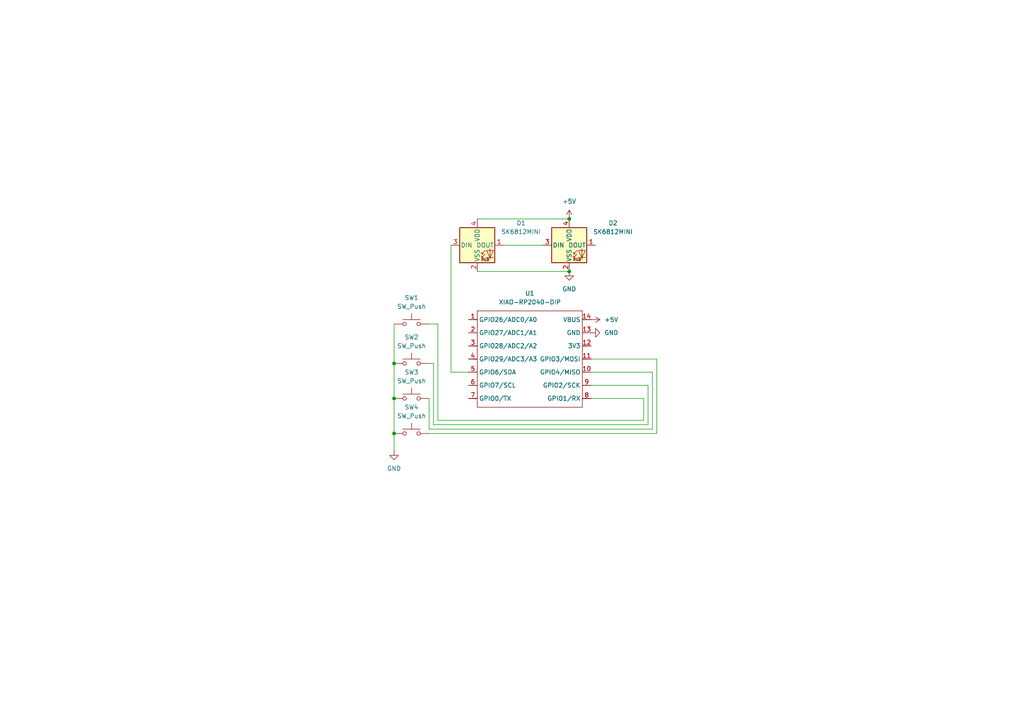
<source format=kicad_sch>
(kicad_sch (version 20250114) (generator "eeschema") (generator_version "9.0")
  (paper "A4")
  (lib_symbols
    (symbol "LED:SK6812MINI" (pin_names (offset 0.254))
      (property "Reference" "D" (at 5.08 5.715 0))
      (property "Value" "SK6812MINI" (at 1.27 -5.715 0))
      (symbol "SK6812MINI_0_0"
        (text "RGB" (at 2.286 -4.191 0) (effects (font (size 0.762 0.762))))
      )
      (symbol "SK6812MINI_0_1"
        (polyline (pts (xy 1.27 -2.54) (xy 1.778 -2.54)))
        (polyline (pts (xy 1.27 -3.556) (xy 1.778 -3.556)))
        (polyline (pts (xy 2.286 -1.524) (xy 1.27 -2.54) (xy 1.27 -2.032)))
        (polyline (pts (xy 2.286 -2.54) (xy 1.27 -3.556) (xy 1.27 -3.048)))
        (polyline (pts (xy 3.683 -1.016) (xy 3.683 -3.556) (xy 3.683 -4.064)))
        (polyline (pts (xy 4.699 -1.524) (xy 2.667 -1.524) (xy 3.683 -3.556) (xy 4.699 -1.524)))
        (polyline (pts (xy 4.699 -3.556) (xy 2.667 -3.556)))
        (rectangle (start 5.08 5.08) (end -5.08 -5.08) (stroke (width 0.254)) (fill (type background)))
      )
      (symbol "SK6812MINI_1_1"
        (pin input line (at -7.62 0 0) (length 2.54) (name "DIN") (number "3"))
        (pin power_in line (at 0 7.62 270) (length 2.54) (name "VDD") (number "4"))
        (pin power_in line (at 0 -7.62 90) (length 2.54) (name "VSS") (number "2"))
        (pin output line (at 7.62 0 180) (length 2.54) (name "DOUT") (number "1"))
      )
    )
    (symbol "OPL:XIAO-RP2040-DIP"
      (property "Reference" "U" (at 0 0 0))
      (property "Value" "XIAO-RP2040-DIP" (at 5.334 -1.778 0))
      (symbol "XIAO-RP2040-DIP_1_0"
        (polyline (pts (xy -1.27 -2.54) (xy 29.21 -2.54)) (stroke (width 0.1524)))
        (polyline (pts (xy -1.27 -5.08) (xy -2.54 -5.08)) (stroke (width 0.1524)))
        (polyline (pts (xy -1.27 -5.08) (xy -1.27 -2.54)) (stroke (width 0.1524)))
        (polyline (pts (xy -1.27 -8.89) (xy -2.54 -8.89)) (stroke (width 0.1524)))
        (polyline (pts (xy -1.27 -8.89) (xy -1.27 -5.08)) (stroke (width 0.1524)))
        (polyline (pts (xy -1.27 -12.7) (xy -2.54 -12.7)) (stroke (width 0.1524)))
        (polyline (pts (xy -1.27 -12.7) (xy -1.27 -8.89)) (stroke (width 0.1524)))
        (polyline (pts (xy -1.27 -16.51) (xy -2.54 -16.51)) (stroke (width 0.1524)))
        (polyline (pts (xy -1.27 -16.51) (xy -1.27 -12.7)) (stroke (width 0.1524)))
        (polyline (pts (xy -1.27 -20.32) (xy -2.54 -20.32)) (stroke (width 0.1524)))
        (polyline (pts (xy -1.27 -24.13) (xy -2.54 -24.13)) (stroke (width 0.1524)))
        (polyline (pts (xy -1.27 -27.94) (xy -2.54 -27.94)) (stroke (width 0.1524)))
        (polyline (pts (xy -1.27 -30.48) (xy -1.27 -16.51)) (stroke (width 0.1524)))
        (polyline (pts (xy 29.21 -2.54) (xy 29.21 -5.08)) (stroke (width 0.1524)))
        (polyline (pts (xy 29.21 -5.08) (xy 29.21 -8.89)) (stroke (width 0.1524)))
        (polyline (pts (xy 29.21 -8.89) (xy 29.21 -12.7)) (stroke (width 0.1524)))
        (polyline (pts (xy 29.21 -12.7) (xy 29.21 -30.48)) (stroke (width 0.1524)))
        (polyline (pts (xy 29.21 -30.48) (xy -1.27 -30.48)) (stroke (width 0.1524)))
        (polyline (pts (xy 30.48 -5.08) (xy 29.21 -5.08)) (stroke (width 0.1524)))
        (polyline (pts (xy 30.48 -8.89) (xy 29.21 -8.89)) (stroke (width 0.1524)))
        (polyline (pts (xy 30.48 -12.7) (xy 29.21 -12.7)) (stroke (width 0.1524)))
        (polyline (pts (xy 30.48 -16.51) (xy 29.21 -16.51)) (stroke (width 0.1524)))
        (polyline (pts (xy 30.48 -20.32) (xy 29.21 -20.32)) (stroke (width 0.1524)))
        (polyline (pts (xy 30.48 -24.13) (xy 29.21 -24.13)) (stroke (width 0.1524)))
        (polyline (pts (xy 30.48 -27.94) (xy 29.21 -27.94)) (stroke (width 0.1524)))
        (pin passive line (at -3.81 -5.08 0) (length 2.54) (name "GPIO26/ADC0/A0") (number "1"))
        (pin passive line (at -3.81 -8.89 0) (length 2.54) (name "GPIO27/ADC1/A1") (number "2"))
        (pin passive line (at -3.81 -12.7 0) (length 2.54) (name "GPIO28/ADC2/A2") (number "3"))
        (pin passive line (at -3.81 -16.51 0) (length 2.54) (name "GPIO29/ADC3/A3") (number "4"))
        (pin passive line (at -3.81 -20.32 0) (length 2.54) (name "GPIO6/SDA") (number "5"))
        (pin passive line (at -3.81 -24.13 0) (length 2.54) (name "GPIO7/SCL") (number "6"))
        (pin passive line (at -3.81 -27.94 0) (length 2.54) (name "GPIO0/TX") (number "7"))
        (pin passive line (at 31.75 -5.08 180) (length 2.54) (name "VBUS") (number "14"))
        (pin passive line (at 31.75 -8.89 180) (length 2.54) (name "GND") (number "13"))
        (pin passive line (at 31.75 -12.7 180) (length 2.54) (name "3V3") (number "12"))
        (pin passive line (at 31.75 -16.51 180) (length 2.54) (name "GPIO3/MOSI") (number "11"))
        (pin passive line (at 31.75 -20.32 180) (length 2.54) (name "GPIO4/MISO") (number "10"))
        (pin passive line (at 31.75 -24.13 180) (length 2.54) (name "GPIO2/SCK") (number "9"))
        (pin passive line (at 31.75 -27.94 180) (length 2.54) (name "GPIO1/RX") (number "8"))
      )
    )
    (symbol "Switch:SW_Push" (pin_numbers (hide yes)) (pin_names (offset 1.016) (hide yes))
      (property "Reference" "SW" (at 1.27 2.54 0))
      (property "Value" "SW_Push" (at 0 -1.524 0))
      (symbol "SW_Push_0_1"
        (circle (center -2.032 0) (radius 0.508))
        (polyline (pts (xy 0 1.27) (xy 0 3.048)))
        (circle (center 2.032 0) (radius 0.508))
        (polyline (pts (xy 2.54 1.27) (xy -2.54 1.27)))
        (pin passive line (at -5.08 0 0) (length 2.54) (name "1") (number "1"))
        (pin passive line (at 5.08 0 180) (length 2.54) (name "2") (number "2"))
      )
    )
    (symbol "power:+5V" (power) (pin_numbers (hide yes)) (pin_names (offset 0) (hide yes))
      (property "Value" "+5V" (at 0 3.556 0))
      (symbol "+5V_0_1"
        (polyline (pts (xy -0.762 1.27) (xy 0 2.54)))
        (polyline (pts (xy 0 2.54) (xy 0.762 1.27)))
        (polyline (pts (xy 0 0) (xy 0 2.54)))
      )
      (symbol "+5V_1_1"
        (pin power_in line (at 0 0 90) (length 0) (name "~") (number "1"))
      )
    )
    (symbol "power:GND" (power) (pin_numbers (hide yes)) (pin_names (offset 0) (hide yes))
      (property "Value" "GND" (at 0 -3.81 0))
      (symbol "GND_0_1"
        (polyline (pts (xy 0 0) (xy 0 -1.27) (xy 1.27 -1.27) (xy 0 -2.54) (xy -1.27 -1.27) (xy 0 -1.27)))
      )
      (symbol "GND_1_1"
        (pin power_in line (at 0 0 270) (length 0) (name "~") (number "1"))
      )
    )
  )
  (junction (at 165.1 63.5))
  (junction (at 165.1 78.74))
  (junction (at 114.3 105.41))
  (junction (at 114.3 115.57))
  (junction (at 114.3 125.73))
  (wire (pts (xy 127 93.98) (xy 127 121.92)))
  (wire (pts (xy 124.46 93.98) (xy 127 93.98)))
  (wire (pts (xy 130.81 107.95) (xy 135.89 107.95)))
  (wire (pts (xy 189.23 124.46) (xy 189.23 107.95)))
  (wire (pts (xy 124.46 115.57) (xy 124.46 124.46)))
  (wire (pts (xy 189.23 107.95) (xy 171.45 107.95)))
  (wire (pts (xy 127 121.92) (xy 186.69 121.92)))
  (wire (pts (xy 130.81 71.12) (xy 130.81 107.95)))
  (wire (pts (xy 124.46 124.46) (xy 189.23 124.46)))
  (wire (pts (xy 125.73 123.19) (xy 125.73 105.41)))
  (wire (pts (xy 187.96 111.76) (xy 187.96 123.19)))
  (wire (pts (xy 138.43 78.74) (xy 165.1 78.74)))
  (wire (pts (xy 114.3 125.73) (xy 114.3 130.81)))
  (wire (pts (xy 190.5 104.14) (xy 190.5 125.73)))
  (wire (pts (xy 186.69 115.57) (xy 171.45 115.57)))
  (wire (pts (xy 171.45 111.76) (xy 187.96 111.76)))
  (wire (pts (xy 138.43 63.5) (xy 165.1 63.5)))
  (wire (pts (xy 114.3 115.57) (xy 114.3 125.73)))
  (wire (pts (xy 186.69 121.92) (xy 186.69 115.57)))
  (wire (pts (xy 171.45 104.14) (xy 190.5 104.14)))
  (wire (pts (xy 187.96 123.19) (xy 125.73 123.19)))
  (wire (pts (xy 190.5 125.73) (xy 124.46 125.73)))
  (wire (pts (xy 114.3 105.41) (xy 114.3 115.57)))
  (wire (pts (xy 125.73 105.41) (xy 124.46 105.41)))
  (wire (pts (xy 114.3 93.98) (xy 114.3 105.41)))
  (wire (pts (xy 146.05 71.12) (xy 157.48 71.12)))
  (symbol (lib_id "LED:SK6812MINI") (at 138.43 71.12 0) (unit 1)
    (property "Reference" "D1" (at 151.13 64.6998 0))
    (property "Value" "SK6812MINI" (at 151.13 67.2398 0))
    (property "Footprint" "LED_SMD:LED_SK6812MINI_PLCC4_3.5x3.5mm_P1.75mm" (effects (hide yes)))
    (property "Datasheet" "https://cdn-shop.adafruit.com/product-files/2686/SK6812MINI_REV.01-1-2.pdf" (effects (hide yes)))
    (property "Description" "RGB LED with integrated controller" (effects (hide yes)))
  )
  (symbol (lib_id "LED:SK6812MINI") (at 165.1 71.12 0) (unit 1)
    (property "Reference" "D2" (at 177.8 64.6998 0))
    (property "Value" "SK6812MINI" (at 177.8 67.2398 0))
    (property "Footprint" "LED_SMD:LED_SK6812MINI_PLCC4_3.5x3.5mm_P1.75mm" (effects (hide yes)))
    (property "Datasheet" "https://cdn-shop.adafruit.com/product-files/2686/SK6812MINI_REV.01-1-2.pdf" (effects (hide yes)))
    (property "Description" "RGB LED with integrated controller" (effects (hide yes)))
  )
  (symbol (lib_id "power:+5V") (at 171.45 92.71 270) (unit 1)
    (property "Reference" "#PWR04" (effects (hide yes)))
    (property "Value" "+5V" (at 175.26 92.7099 90) (effects (justify left)))
    (property "Description" "Power symbol creates a global label with name \"+5V\"" (effects (hide yes)))
  )
  (symbol (lib_id "power:GND") (at 171.45 96.52 90) (unit 1)
    (property "Reference" "#PWR03" (effects (hide yes)))
    (property "Value" "GND" (at 175.26 96.5199 90) (effects (justify right)))
    (property "Description" "Power symbol creates a global label with name \"GND\" , ground" (effects (hide yes)))
  )
  (symbol (lib_id "Switch:SW_Push") (at 119.38 125.73 0) (unit 1)
    (property "Reference" "SW4" (at 119.38 118.11 0))
    (property "Value" "SW_Push" (at 119.38 120.65 0))
    (property "Footprint" "Button_Switch_Keyboard:SW_Cherry_MX_1.00u_PCB" (effects (hide yes)))
    (property "Description" "Push button switch, generic, two pins" (effects (hide yes)))
  )
  (symbol (lib_id "power:+5V") (at 165.1 63.5 0) (unit 1)
    (property "Reference" "#PWR05" (effects (hide yes)))
    (property "Value" "+5V" (at 165.1 58.42 0))
    (property "Description" "Power symbol creates a global label with name \"+5V\"" (effects (hide yes)))
  )
  (symbol (lib_id "Switch:SW_Push") (at 119.38 105.41 0) (unit 1)
    (property "Reference" "SW2" (at 119.38 97.79 0))
    (property "Value" "SW_Push" (at 119.38 100.33 0))
    (property "Footprint" "Button_Switch_Keyboard:SW_Cherry_MX_1.00u_PCB" (effects (hide yes)))
    (property "Description" "Push button switch, generic, two pins" (effects (hide yes)))
  )
  (symbol (lib_id "power:GND") (at 114.3 130.81 0) (unit 1)
    (property "Reference" "#PWR01" (effects (hide yes)))
    (property "Value" "GND" (at 114.3 135.89 0))
    (property "Description" "Power symbol creates a global label with name \"GND\" , ground" (effects (hide yes)))
  )
  (symbol (lib_id "power:GND") (at 165.1 78.74 0) (unit 1)
    (property "Reference" "#PWR02" (effects (hide yes)))
    (property "Value" "GND" (at 165.1 83.82 0))
    (property "Description" "Power symbol creates a global label with name \"GND\" , ground" (effects (hide yes)))
  )
  (symbol (lib_id "OPL:XIAO-RP2040-DIP") (at 139.7 87.63 0) (unit 1)
    (property "Reference" "U1" (at 153.67 85.09 0))
    (property "Value" "XIAO-RP2040-DIP" (at 153.67 87.63 0))
    (property "Footprint" "OPL:XIAO-RP2040-DIP" (effects (hide yes)))
  )
  (symbol (lib_id "Switch:SW_Push") (at 119.38 93.98 0) (unit 1)
    (property "Reference" "SW1" (at 119.38 86.36 0))
    (property "Value" "SW_Push" (at 119.38 88.9 0))
    (property "Footprint" "Button_Switch_Keyboard:SW_Cherry_MX_1.00u_PCB" (effects (hide yes)))
    (property "Description" "Push button switch, generic, two pins" (effects (hide yes)))
  )
  (symbol (lib_id "Switch:SW_Push") (at 119.38 115.57 0) (unit 1)
    (property "Reference" "SW3" (at 119.38 107.95 0))
    (property "Value" "SW_Push" (at 119.38 110.49 0))
    (property "Footprint" "Button_Switch_Keyboard:SW_Cherry_MX_1.00u_PCB" (effects (hide yes)))
    (property "Description" "Push button switch, generic, two pins" (effects (hide yes)))
  )
)
</source>
